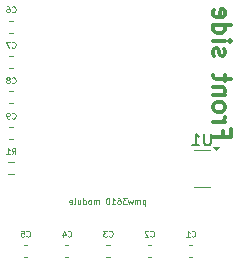
<source format=gbr>
%TF.GenerationSoftware,KiCad,Pcbnew,8.0.7*%
%TF.CreationDate,2025-02-24T15:42:20+09:00*%
%TF.ProjectId,pmw3610_breakout,706d7733-3631-4305-9f62-7265616b6f75,rev?*%
%TF.SameCoordinates,Original*%
%TF.FileFunction,Legend,Bot*%
%TF.FilePolarity,Positive*%
%FSLAX46Y46*%
G04 Gerber Fmt 4.6, Leading zero omitted, Abs format (unit mm)*
G04 Created by KiCad (PCBNEW 8.0.7) date 2025-02-24 15:42:20*
%MOMM*%
%LPD*%
G01*
G04 APERTURE LIST*
%ADD10C,0.100000*%
%ADD11C,0.300000*%
%ADD12C,0.062500*%
%ADD13C,0.150000*%
%ADD14C,0.120000*%
G04 APERTURE END LIST*
D10*
X139202380Y-96700276D02*
X139202380Y-97200276D01*
X139202380Y-96724085D02*
X139154761Y-96700276D01*
X139154761Y-96700276D02*
X139059523Y-96700276D01*
X139059523Y-96700276D02*
X139011904Y-96724085D01*
X139011904Y-96724085D02*
X138988094Y-96747895D01*
X138988094Y-96747895D02*
X138964285Y-96795514D01*
X138964285Y-96795514D02*
X138964285Y-96938371D01*
X138964285Y-96938371D02*
X138988094Y-96985990D01*
X138988094Y-96985990D02*
X139011904Y-97009800D01*
X139011904Y-97009800D02*
X139059523Y-97033609D01*
X139059523Y-97033609D02*
X139154761Y-97033609D01*
X139154761Y-97033609D02*
X139202380Y-97009800D01*
X138749999Y-97033609D02*
X138749999Y-96700276D01*
X138749999Y-96747895D02*
X138726189Y-96724085D01*
X138726189Y-96724085D02*
X138678570Y-96700276D01*
X138678570Y-96700276D02*
X138607142Y-96700276D01*
X138607142Y-96700276D02*
X138559523Y-96724085D01*
X138559523Y-96724085D02*
X138535713Y-96771704D01*
X138535713Y-96771704D02*
X138535713Y-97033609D01*
X138535713Y-96771704D02*
X138511904Y-96724085D01*
X138511904Y-96724085D02*
X138464285Y-96700276D01*
X138464285Y-96700276D02*
X138392856Y-96700276D01*
X138392856Y-96700276D02*
X138345237Y-96724085D01*
X138345237Y-96724085D02*
X138321427Y-96771704D01*
X138321427Y-96771704D02*
X138321427Y-97033609D01*
X138130951Y-96700276D02*
X138035713Y-97033609D01*
X138035713Y-97033609D02*
X137940475Y-96795514D01*
X137940475Y-96795514D02*
X137845237Y-97033609D01*
X137845237Y-97033609D02*
X137749999Y-96700276D01*
X137607141Y-96533609D02*
X137297617Y-96533609D01*
X137297617Y-96533609D02*
X137464284Y-96724085D01*
X137464284Y-96724085D02*
X137392855Y-96724085D01*
X137392855Y-96724085D02*
X137345236Y-96747895D01*
X137345236Y-96747895D02*
X137321427Y-96771704D01*
X137321427Y-96771704D02*
X137297617Y-96819323D01*
X137297617Y-96819323D02*
X137297617Y-96938371D01*
X137297617Y-96938371D02*
X137321427Y-96985990D01*
X137321427Y-96985990D02*
X137345236Y-97009800D01*
X137345236Y-97009800D02*
X137392855Y-97033609D01*
X137392855Y-97033609D02*
X137535712Y-97033609D01*
X137535712Y-97033609D02*
X137583331Y-97009800D01*
X137583331Y-97009800D02*
X137607141Y-96985990D01*
X136869046Y-96533609D02*
X136964284Y-96533609D01*
X136964284Y-96533609D02*
X137011903Y-96557419D01*
X137011903Y-96557419D02*
X137035713Y-96581228D01*
X137035713Y-96581228D02*
X137083332Y-96652657D01*
X137083332Y-96652657D02*
X137107141Y-96747895D01*
X137107141Y-96747895D02*
X137107141Y-96938371D01*
X137107141Y-96938371D02*
X137083332Y-96985990D01*
X137083332Y-96985990D02*
X137059522Y-97009800D01*
X137059522Y-97009800D02*
X137011903Y-97033609D01*
X137011903Y-97033609D02*
X136916665Y-97033609D01*
X136916665Y-97033609D02*
X136869046Y-97009800D01*
X136869046Y-97009800D02*
X136845237Y-96985990D01*
X136845237Y-96985990D02*
X136821427Y-96938371D01*
X136821427Y-96938371D02*
X136821427Y-96819323D01*
X136821427Y-96819323D02*
X136845237Y-96771704D01*
X136845237Y-96771704D02*
X136869046Y-96747895D01*
X136869046Y-96747895D02*
X136916665Y-96724085D01*
X136916665Y-96724085D02*
X137011903Y-96724085D01*
X137011903Y-96724085D02*
X137059522Y-96747895D01*
X137059522Y-96747895D02*
X137083332Y-96771704D01*
X137083332Y-96771704D02*
X137107141Y-96819323D01*
X136345237Y-97033609D02*
X136630951Y-97033609D01*
X136488094Y-97033609D02*
X136488094Y-96533609D01*
X136488094Y-96533609D02*
X136535713Y-96605038D01*
X136535713Y-96605038D02*
X136583332Y-96652657D01*
X136583332Y-96652657D02*
X136630951Y-96676466D01*
X136035714Y-96533609D02*
X135988095Y-96533609D01*
X135988095Y-96533609D02*
X135940476Y-96557419D01*
X135940476Y-96557419D02*
X135916666Y-96581228D01*
X135916666Y-96581228D02*
X135892857Y-96628847D01*
X135892857Y-96628847D02*
X135869047Y-96724085D01*
X135869047Y-96724085D02*
X135869047Y-96843133D01*
X135869047Y-96843133D02*
X135892857Y-96938371D01*
X135892857Y-96938371D02*
X135916666Y-96985990D01*
X135916666Y-96985990D02*
X135940476Y-97009800D01*
X135940476Y-97009800D02*
X135988095Y-97033609D01*
X135988095Y-97033609D02*
X136035714Y-97033609D01*
X136035714Y-97033609D02*
X136083333Y-97009800D01*
X136083333Y-97009800D02*
X136107142Y-96985990D01*
X136107142Y-96985990D02*
X136130952Y-96938371D01*
X136130952Y-96938371D02*
X136154761Y-96843133D01*
X136154761Y-96843133D02*
X136154761Y-96724085D01*
X136154761Y-96724085D02*
X136130952Y-96628847D01*
X136130952Y-96628847D02*
X136107142Y-96581228D01*
X136107142Y-96581228D02*
X136083333Y-96557419D01*
X136083333Y-96557419D02*
X136035714Y-96533609D01*
X135273810Y-97033609D02*
X135273810Y-96700276D01*
X135273810Y-96747895D02*
X135250000Y-96724085D01*
X135250000Y-96724085D02*
X135202381Y-96700276D01*
X135202381Y-96700276D02*
X135130953Y-96700276D01*
X135130953Y-96700276D02*
X135083334Y-96724085D01*
X135083334Y-96724085D02*
X135059524Y-96771704D01*
X135059524Y-96771704D02*
X135059524Y-97033609D01*
X135059524Y-96771704D02*
X135035715Y-96724085D01*
X135035715Y-96724085D02*
X134988096Y-96700276D01*
X134988096Y-96700276D02*
X134916667Y-96700276D01*
X134916667Y-96700276D02*
X134869048Y-96724085D01*
X134869048Y-96724085D02*
X134845238Y-96771704D01*
X134845238Y-96771704D02*
X134845238Y-97033609D01*
X134535714Y-97033609D02*
X134583333Y-97009800D01*
X134583333Y-97009800D02*
X134607143Y-96985990D01*
X134607143Y-96985990D02*
X134630952Y-96938371D01*
X134630952Y-96938371D02*
X134630952Y-96795514D01*
X134630952Y-96795514D02*
X134607143Y-96747895D01*
X134607143Y-96747895D02*
X134583333Y-96724085D01*
X134583333Y-96724085D02*
X134535714Y-96700276D01*
X134535714Y-96700276D02*
X134464286Y-96700276D01*
X134464286Y-96700276D02*
X134416667Y-96724085D01*
X134416667Y-96724085D02*
X134392857Y-96747895D01*
X134392857Y-96747895D02*
X134369048Y-96795514D01*
X134369048Y-96795514D02*
X134369048Y-96938371D01*
X134369048Y-96938371D02*
X134392857Y-96985990D01*
X134392857Y-96985990D02*
X134416667Y-97009800D01*
X134416667Y-97009800D02*
X134464286Y-97033609D01*
X134464286Y-97033609D02*
X134535714Y-97033609D01*
X133940476Y-97033609D02*
X133940476Y-96533609D01*
X133940476Y-97009800D02*
X133988095Y-97033609D01*
X133988095Y-97033609D02*
X134083333Y-97033609D01*
X134083333Y-97033609D02*
X134130952Y-97009800D01*
X134130952Y-97009800D02*
X134154762Y-96985990D01*
X134154762Y-96985990D02*
X134178571Y-96938371D01*
X134178571Y-96938371D02*
X134178571Y-96795514D01*
X134178571Y-96795514D02*
X134154762Y-96747895D01*
X134154762Y-96747895D02*
X134130952Y-96724085D01*
X134130952Y-96724085D02*
X134083333Y-96700276D01*
X134083333Y-96700276D02*
X133988095Y-96700276D01*
X133988095Y-96700276D02*
X133940476Y-96724085D01*
X133488095Y-96700276D02*
X133488095Y-97033609D01*
X133702381Y-96700276D02*
X133702381Y-96962180D01*
X133702381Y-96962180D02*
X133678571Y-97009800D01*
X133678571Y-97009800D02*
X133630952Y-97033609D01*
X133630952Y-97033609D02*
X133559524Y-97033609D01*
X133559524Y-97033609D02*
X133511905Y-97009800D01*
X133511905Y-97009800D02*
X133488095Y-96985990D01*
X133178571Y-97033609D02*
X133226190Y-97009800D01*
X133226190Y-97009800D02*
X133250000Y-96962180D01*
X133250000Y-96962180D02*
X133250000Y-96533609D01*
X132797619Y-97009800D02*
X132845238Y-97033609D01*
X132845238Y-97033609D02*
X132940476Y-97033609D01*
X132940476Y-97033609D02*
X132988095Y-97009800D01*
X132988095Y-97009800D02*
X133011904Y-96962180D01*
X133011904Y-96962180D02*
X133011904Y-96771704D01*
X133011904Y-96771704D02*
X132988095Y-96724085D01*
X132988095Y-96724085D02*
X132940476Y-96700276D01*
X132940476Y-96700276D02*
X132845238Y-96700276D01*
X132845238Y-96700276D02*
X132797619Y-96724085D01*
X132797619Y-96724085D02*
X132773809Y-96771704D01*
X132773809Y-96771704D02*
X132773809Y-96819323D01*
X132773809Y-96819323D02*
X133011904Y-96866942D01*
D11*
X145734885Y-90845489D02*
X145734885Y-91345489D01*
X144949171Y-91345489D02*
X146449171Y-91345489D01*
X146449171Y-91345489D02*
X146449171Y-90631203D01*
X144949171Y-90059775D02*
X145949171Y-90059775D01*
X145663457Y-90059775D02*
X145806314Y-89988346D01*
X145806314Y-89988346D02*
X145877742Y-89916918D01*
X145877742Y-89916918D02*
X145949171Y-89774060D01*
X145949171Y-89774060D02*
X145949171Y-89631203D01*
X144949171Y-88916918D02*
X145020600Y-89059775D01*
X145020600Y-89059775D02*
X145092028Y-89131204D01*
X145092028Y-89131204D02*
X145234885Y-89202632D01*
X145234885Y-89202632D02*
X145663457Y-89202632D01*
X145663457Y-89202632D02*
X145806314Y-89131204D01*
X145806314Y-89131204D02*
X145877742Y-89059775D01*
X145877742Y-89059775D02*
X145949171Y-88916918D01*
X145949171Y-88916918D02*
X145949171Y-88702632D01*
X145949171Y-88702632D02*
X145877742Y-88559775D01*
X145877742Y-88559775D02*
X145806314Y-88488347D01*
X145806314Y-88488347D02*
X145663457Y-88416918D01*
X145663457Y-88416918D02*
X145234885Y-88416918D01*
X145234885Y-88416918D02*
X145092028Y-88488347D01*
X145092028Y-88488347D02*
X145020600Y-88559775D01*
X145020600Y-88559775D02*
X144949171Y-88702632D01*
X144949171Y-88702632D02*
X144949171Y-88916918D01*
X145949171Y-87774061D02*
X144949171Y-87774061D01*
X145806314Y-87774061D02*
X145877742Y-87702632D01*
X145877742Y-87702632D02*
X145949171Y-87559775D01*
X145949171Y-87559775D02*
X145949171Y-87345489D01*
X145949171Y-87345489D02*
X145877742Y-87202632D01*
X145877742Y-87202632D02*
X145734885Y-87131204D01*
X145734885Y-87131204D02*
X144949171Y-87131204D01*
X145949171Y-86631203D02*
X145949171Y-86059775D01*
X146449171Y-86416918D02*
X145163457Y-86416918D01*
X145163457Y-86416918D02*
X145020600Y-86345489D01*
X145020600Y-86345489D02*
X144949171Y-86202632D01*
X144949171Y-86202632D02*
X144949171Y-86059775D01*
X145020600Y-84488346D02*
X144949171Y-84345489D01*
X144949171Y-84345489D02*
X144949171Y-84059775D01*
X144949171Y-84059775D02*
X145020600Y-83916918D01*
X145020600Y-83916918D02*
X145163457Y-83845489D01*
X145163457Y-83845489D02*
X145234885Y-83845489D01*
X145234885Y-83845489D02*
X145377742Y-83916918D01*
X145377742Y-83916918D02*
X145449171Y-84059775D01*
X145449171Y-84059775D02*
X145449171Y-84274061D01*
X145449171Y-84274061D02*
X145520600Y-84416918D01*
X145520600Y-84416918D02*
X145663457Y-84488346D01*
X145663457Y-84488346D02*
X145734885Y-84488346D01*
X145734885Y-84488346D02*
X145877742Y-84416918D01*
X145877742Y-84416918D02*
X145949171Y-84274061D01*
X145949171Y-84274061D02*
X145949171Y-84059775D01*
X145949171Y-84059775D02*
X145877742Y-83916918D01*
X144949171Y-83202632D02*
X145949171Y-83202632D01*
X146449171Y-83202632D02*
X146377742Y-83274060D01*
X146377742Y-83274060D02*
X146306314Y-83202632D01*
X146306314Y-83202632D02*
X146377742Y-83131203D01*
X146377742Y-83131203D02*
X146449171Y-83202632D01*
X146449171Y-83202632D02*
X146306314Y-83202632D01*
X144949171Y-81845489D02*
X146449171Y-81845489D01*
X145020600Y-81845489D02*
X144949171Y-81988346D01*
X144949171Y-81988346D02*
X144949171Y-82274060D01*
X144949171Y-82274060D02*
X145020600Y-82416917D01*
X145020600Y-82416917D02*
X145092028Y-82488346D01*
X145092028Y-82488346D02*
X145234885Y-82559774D01*
X145234885Y-82559774D02*
X145663457Y-82559774D01*
X145663457Y-82559774D02*
X145806314Y-82488346D01*
X145806314Y-82488346D02*
X145877742Y-82416917D01*
X145877742Y-82416917D02*
X145949171Y-82274060D01*
X145949171Y-82274060D02*
X145949171Y-81988346D01*
X145949171Y-81988346D02*
X145877742Y-81845489D01*
X145020600Y-80559774D02*
X144949171Y-80702631D01*
X144949171Y-80702631D02*
X144949171Y-80988346D01*
X144949171Y-80988346D02*
X145020600Y-81131203D01*
X145020600Y-81131203D02*
X145163457Y-81202631D01*
X145163457Y-81202631D02*
X145734885Y-81202631D01*
X145734885Y-81202631D02*
X145877742Y-81131203D01*
X145877742Y-81131203D02*
X145949171Y-80988346D01*
X145949171Y-80988346D02*
X145949171Y-80702631D01*
X145949171Y-80702631D02*
X145877742Y-80559774D01*
X145877742Y-80559774D02*
X145734885Y-80488346D01*
X145734885Y-80488346D02*
X145592028Y-80488346D01*
X145592028Y-80488346D02*
X145449171Y-81202631D01*
D12*
X139633333Y-99750440D02*
X139657142Y-99774250D01*
X139657142Y-99774250D02*
X139728571Y-99798059D01*
X139728571Y-99798059D02*
X139776190Y-99798059D01*
X139776190Y-99798059D02*
X139847618Y-99774250D01*
X139847618Y-99774250D02*
X139895237Y-99726630D01*
X139895237Y-99726630D02*
X139919047Y-99679011D01*
X139919047Y-99679011D02*
X139942856Y-99583773D01*
X139942856Y-99583773D02*
X139942856Y-99512345D01*
X139942856Y-99512345D02*
X139919047Y-99417107D01*
X139919047Y-99417107D02*
X139895237Y-99369488D01*
X139895237Y-99369488D02*
X139847618Y-99321869D01*
X139847618Y-99321869D02*
X139776190Y-99298059D01*
X139776190Y-99298059D02*
X139728571Y-99298059D01*
X139728571Y-99298059D02*
X139657142Y-99321869D01*
X139657142Y-99321869D02*
X139633333Y-99345678D01*
X139442856Y-99345678D02*
X139419047Y-99321869D01*
X139419047Y-99321869D02*
X139371428Y-99298059D01*
X139371428Y-99298059D02*
X139252380Y-99298059D01*
X139252380Y-99298059D02*
X139204761Y-99321869D01*
X139204761Y-99321869D02*
X139180952Y-99345678D01*
X139180952Y-99345678D02*
X139157142Y-99393297D01*
X139157142Y-99393297D02*
X139157142Y-99440916D01*
X139157142Y-99440916D02*
X139180952Y-99512345D01*
X139180952Y-99512345D02*
X139466666Y-99798059D01*
X139466666Y-99798059D02*
X139157142Y-99798059D01*
X127908333Y-83750440D02*
X127932142Y-83774250D01*
X127932142Y-83774250D02*
X128003571Y-83798059D01*
X128003571Y-83798059D02*
X128051190Y-83798059D01*
X128051190Y-83798059D02*
X128122618Y-83774250D01*
X128122618Y-83774250D02*
X128170237Y-83726630D01*
X128170237Y-83726630D02*
X128194047Y-83679011D01*
X128194047Y-83679011D02*
X128217856Y-83583773D01*
X128217856Y-83583773D02*
X128217856Y-83512345D01*
X128217856Y-83512345D02*
X128194047Y-83417107D01*
X128194047Y-83417107D02*
X128170237Y-83369488D01*
X128170237Y-83369488D02*
X128122618Y-83321869D01*
X128122618Y-83321869D02*
X128051190Y-83298059D01*
X128051190Y-83298059D02*
X128003571Y-83298059D01*
X128003571Y-83298059D02*
X127932142Y-83321869D01*
X127932142Y-83321869D02*
X127908333Y-83345678D01*
X127741666Y-83298059D02*
X127408333Y-83298059D01*
X127408333Y-83298059D02*
X127622618Y-83798059D01*
X129133333Y-99750440D02*
X129157142Y-99774250D01*
X129157142Y-99774250D02*
X129228571Y-99798059D01*
X129228571Y-99798059D02*
X129276190Y-99798059D01*
X129276190Y-99798059D02*
X129347618Y-99774250D01*
X129347618Y-99774250D02*
X129395237Y-99726630D01*
X129395237Y-99726630D02*
X129419047Y-99679011D01*
X129419047Y-99679011D02*
X129442856Y-99583773D01*
X129442856Y-99583773D02*
X129442856Y-99512345D01*
X129442856Y-99512345D02*
X129419047Y-99417107D01*
X129419047Y-99417107D02*
X129395237Y-99369488D01*
X129395237Y-99369488D02*
X129347618Y-99321869D01*
X129347618Y-99321869D02*
X129276190Y-99298059D01*
X129276190Y-99298059D02*
X129228571Y-99298059D01*
X129228571Y-99298059D02*
X129157142Y-99321869D01*
X129157142Y-99321869D02*
X129133333Y-99345678D01*
X128680952Y-99298059D02*
X128919047Y-99298059D01*
X128919047Y-99298059D02*
X128942856Y-99536154D01*
X128942856Y-99536154D02*
X128919047Y-99512345D01*
X128919047Y-99512345D02*
X128871428Y-99488535D01*
X128871428Y-99488535D02*
X128752380Y-99488535D01*
X128752380Y-99488535D02*
X128704761Y-99512345D01*
X128704761Y-99512345D02*
X128680952Y-99536154D01*
X128680952Y-99536154D02*
X128657142Y-99583773D01*
X128657142Y-99583773D02*
X128657142Y-99702821D01*
X128657142Y-99702821D02*
X128680952Y-99750440D01*
X128680952Y-99750440D02*
X128704761Y-99774250D01*
X128704761Y-99774250D02*
X128752380Y-99798059D01*
X128752380Y-99798059D02*
X128871428Y-99798059D01*
X128871428Y-99798059D02*
X128919047Y-99774250D01*
X128919047Y-99774250D02*
X128942856Y-99750440D01*
X143133333Y-99750440D02*
X143157142Y-99774250D01*
X143157142Y-99774250D02*
X143228571Y-99798059D01*
X143228571Y-99798059D02*
X143276190Y-99798059D01*
X143276190Y-99798059D02*
X143347618Y-99774250D01*
X143347618Y-99774250D02*
X143395237Y-99726630D01*
X143395237Y-99726630D02*
X143419047Y-99679011D01*
X143419047Y-99679011D02*
X143442856Y-99583773D01*
X143442856Y-99583773D02*
X143442856Y-99512345D01*
X143442856Y-99512345D02*
X143419047Y-99417107D01*
X143419047Y-99417107D02*
X143395237Y-99369488D01*
X143395237Y-99369488D02*
X143347618Y-99321869D01*
X143347618Y-99321869D02*
X143276190Y-99298059D01*
X143276190Y-99298059D02*
X143228571Y-99298059D01*
X143228571Y-99298059D02*
X143157142Y-99321869D01*
X143157142Y-99321869D02*
X143133333Y-99345678D01*
X142657142Y-99798059D02*
X142942856Y-99798059D01*
X142799999Y-99798059D02*
X142799999Y-99298059D01*
X142799999Y-99298059D02*
X142847618Y-99369488D01*
X142847618Y-99369488D02*
X142895237Y-99417107D01*
X142895237Y-99417107D02*
X142942856Y-99440916D01*
X127908333Y-89750440D02*
X127932142Y-89774250D01*
X127932142Y-89774250D02*
X128003571Y-89798059D01*
X128003571Y-89798059D02*
X128051190Y-89798059D01*
X128051190Y-89798059D02*
X128122618Y-89774250D01*
X128122618Y-89774250D02*
X128170237Y-89726630D01*
X128170237Y-89726630D02*
X128194047Y-89679011D01*
X128194047Y-89679011D02*
X128217856Y-89583773D01*
X128217856Y-89583773D02*
X128217856Y-89512345D01*
X128217856Y-89512345D02*
X128194047Y-89417107D01*
X128194047Y-89417107D02*
X128170237Y-89369488D01*
X128170237Y-89369488D02*
X128122618Y-89321869D01*
X128122618Y-89321869D02*
X128051190Y-89298059D01*
X128051190Y-89298059D02*
X128003571Y-89298059D01*
X128003571Y-89298059D02*
X127932142Y-89321869D01*
X127932142Y-89321869D02*
X127908333Y-89345678D01*
X127670237Y-89798059D02*
X127574999Y-89798059D01*
X127574999Y-89798059D02*
X127527380Y-89774250D01*
X127527380Y-89774250D02*
X127503571Y-89750440D01*
X127503571Y-89750440D02*
X127455952Y-89679011D01*
X127455952Y-89679011D02*
X127432142Y-89583773D01*
X127432142Y-89583773D02*
X127432142Y-89393297D01*
X127432142Y-89393297D02*
X127455952Y-89345678D01*
X127455952Y-89345678D02*
X127479761Y-89321869D01*
X127479761Y-89321869D02*
X127527380Y-89298059D01*
X127527380Y-89298059D02*
X127622618Y-89298059D01*
X127622618Y-89298059D02*
X127670237Y-89321869D01*
X127670237Y-89321869D02*
X127694047Y-89345678D01*
X127694047Y-89345678D02*
X127717856Y-89393297D01*
X127717856Y-89393297D02*
X127717856Y-89512345D01*
X127717856Y-89512345D02*
X127694047Y-89559964D01*
X127694047Y-89559964D02*
X127670237Y-89583773D01*
X127670237Y-89583773D02*
X127622618Y-89607583D01*
X127622618Y-89607583D02*
X127527380Y-89607583D01*
X127527380Y-89607583D02*
X127479761Y-89583773D01*
X127479761Y-89583773D02*
X127455952Y-89559964D01*
X127455952Y-89559964D02*
X127432142Y-89512345D01*
D13*
X144761904Y-91054819D02*
X144761904Y-91864342D01*
X144761904Y-91864342D02*
X144714285Y-91959580D01*
X144714285Y-91959580D02*
X144666666Y-92007200D01*
X144666666Y-92007200D02*
X144571428Y-92054819D01*
X144571428Y-92054819D02*
X144380952Y-92054819D01*
X144380952Y-92054819D02*
X144285714Y-92007200D01*
X144285714Y-92007200D02*
X144238095Y-91959580D01*
X144238095Y-91959580D02*
X144190476Y-91864342D01*
X144190476Y-91864342D02*
X144190476Y-91054819D01*
X143190476Y-92054819D02*
X143761904Y-92054819D01*
X143476190Y-92054819D02*
X143476190Y-91054819D01*
X143476190Y-91054819D02*
X143571428Y-91197676D01*
X143571428Y-91197676D02*
X143666666Y-91292914D01*
X143666666Y-91292914D02*
X143761904Y-91340533D01*
D12*
X127908333Y-86750440D02*
X127932142Y-86774250D01*
X127932142Y-86774250D02*
X128003571Y-86798059D01*
X128003571Y-86798059D02*
X128051190Y-86798059D01*
X128051190Y-86798059D02*
X128122618Y-86774250D01*
X128122618Y-86774250D02*
X128170237Y-86726630D01*
X128170237Y-86726630D02*
X128194047Y-86679011D01*
X128194047Y-86679011D02*
X128217856Y-86583773D01*
X128217856Y-86583773D02*
X128217856Y-86512345D01*
X128217856Y-86512345D02*
X128194047Y-86417107D01*
X128194047Y-86417107D02*
X128170237Y-86369488D01*
X128170237Y-86369488D02*
X128122618Y-86321869D01*
X128122618Y-86321869D02*
X128051190Y-86298059D01*
X128051190Y-86298059D02*
X128003571Y-86298059D01*
X128003571Y-86298059D02*
X127932142Y-86321869D01*
X127932142Y-86321869D02*
X127908333Y-86345678D01*
X127622618Y-86512345D02*
X127670237Y-86488535D01*
X127670237Y-86488535D02*
X127694047Y-86464726D01*
X127694047Y-86464726D02*
X127717856Y-86417107D01*
X127717856Y-86417107D02*
X127717856Y-86393297D01*
X127717856Y-86393297D02*
X127694047Y-86345678D01*
X127694047Y-86345678D02*
X127670237Y-86321869D01*
X127670237Y-86321869D02*
X127622618Y-86298059D01*
X127622618Y-86298059D02*
X127527380Y-86298059D01*
X127527380Y-86298059D02*
X127479761Y-86321869D01*
X127479761Y-86321869D02*
X127455952Y-86345678D01*
X127455952Y-86345678D02*
X127432142Y-86393297D01*
X127432142Y-86393297D02*
X127432142Y-86417107D01*
X127432142Y-86417107D02*
X127455952Y-86464726D01*
X127455952Y-86464726D02*
X127479761Y-86488535D01*
X127479761Y-86488535D02*
X127527380Y-86512345D01*
X127527380Y-86512345D02*
X127622618Y-86512345D01*
X127622618Y-86512345D02*
X127670237Y-86536154D01*
X127670237Y-86536154D02*
X127694047Y-86559964D01*
X127694047Y-86559964D02*
X127717856Y-86607583D01*
X127717856Y-86607583D02*
X127717856Y-86702821D01*
X127717856Y-86702821D02*
X127694047Y-86750440D01*
X127694047Y-86750440D02*
X127670237Y-86774250D01*
X127670237Y-86774250D02*
X127622618Y-86798059D01*
X127622618Y-86798059D02*
X127527380Y-86798059D01*
X127527380Y-86798059D02*
X127479761Y-86774250D01*
X127479761Y-86774250D02*
X127455952Y-86750440D01*
X127455952Y-86750440D02*
X127432142Y-86702821D01*
X127432142Y-86702821D02*
X127432142Y-86607583D01*
X127432142Y-86607583D02*
X127455952Y-86559964D01*
X127455952Y-86559964D02*
X127479761Y-86536154D01*
X127479761Y-86536154D02*
X127527380Y-86512345D01*
X127908333Y-80750440D02*
X127932142Y-80774250D01*
X127932142Y-80774250D02*
X128003571Y-80798059D01*
X128003571Y-80798059D02*
X128051190Y-80798059D01*
X128051190Y-80798059D02*
X128122618Y-80774250D01*
X128122618Y-80774250D02*
X128170237Y-80726630D01*
X128170237Y-80726630D02*
X128194047Y-80679011D01*
X128194047Y-80679011D02*
X128217856Y-80583773D01*
X128217856Y-80583773D02*
X128217856Y-80512345D01*
X128217856Y-80512345D02*
X128194047Y-80417107D01*
X128194047Y-80417107D02*
X128170237Y-80369488D01*
X128170237Y-80369488D02*
X128122618Y-80321869D01*
X128122618Y-80321869D02*
X128051190Y-80298059D01*
X128051190Y-80298059D02*
X128003571Y-80298059D01*
X128003571Y-80298059D02*
X127932142Y-80321869D01*
X127932142Y-80321869D02*
X127908333Y-80345678D01*
X127479761Y-80298059D02*
X127574999Y-80298059D01*
X127574999Y-80298059D02*
X127622618Y-80321869D01*
X127622618Y-80321869D02*
X127646428Y-80345678D01*
X127646428Y-80345678D02*
X127694047Y-80417107D01*
X127694047Y-80417107D02*
X127717856Y-80512345D01*
X127717856Y-80512345D02*
X127717856Y-80702821D01*
X127717856Y-80702821D02*
X127694047Y-80750440D01*
X127694047Y-80750440D02*
X127670237Y-80774250D01*
X127670237Y-80774250D02*
X127622618Y-80798059D01*
X127622618Y-80798059D02*
X127527380Y-80798059D01*
X127527380Y-80798059D02*
X127479761Y-80774250D01*
X127479761Y-80774250D02*
X127455952Y-80750440D01*
X127455952Y-80750440D02*
X127432142Y-80702821D01*
X127432142Y-80702821D02*
X127432142Y-80583773D01*
X127432142Y-80583773D02*
X127455952Y-80536154D01*
X127455952Y-80536154D02*
X127479761Y-80512345D01*
X127479761Y-80512345D02*
X127527380Y-80488535D01*
X127527380Y-80488535D02*
X127622618Y-80488535D01*
X127622618Y-80488535D02*
X127670237Y-80512345D01*
X127670237Y-80512345D02*
X127694047Y-80536154D01*
X127694047Y-80536154D02*
X127717856Y-80583773D01*
X132633333Y-99750440D02*
X132657142Y-99774250D01*
X132657142Y-99774250D02*
X132728571Y-99798059D01*
X132728571Y-99798059D02*
X132776190Y-99798059D01*
X132776190Y-99798059D02*
X132847618Y-99774250D01*
X132847618Y-99774250D02*
X132895237Y-99726630D01*
X132895237Y-99726630D02*
X132919047Y-99679011D01*
X132919047Y-99679011D02*
X132942856Y-99583773D01*
X132942856Y-99583773D02*
X132942856Y-99512345D01*
X132942856Y-99512345D02*
X132919047Y-99417107D01*
X132919047Y-99417107D02*
X132895237Y-99369488D01*
X132895237Y-99369488D02*
X132847618Y-99321869D01*
X132847618Y-99321869D02*
X132776190Y-99298059D01*
X132776190Y-99298059D02*
X132728571Y-99298059D01*
X132728571Y-99298059D02*
X132657142Y-99321869D01*
X132657142Y-99321869D02*
X132633333Y-99345678D01*
X132204761Y-99464726D02*
X132204761Y-99798059D01*
X132323809Y-99274250D02*
X132442856Y-99631392D01*
X132442856Y-99631392D02*
X132133333Y-99631392D01*
X136133333Y-99750440D02*
X136157142Y-99774250D01*
X136157142Y-99774250D02*
X136228571Y-99798059D01*
X136228571Y-99798059D02*
X136276190Y-99798059D01*
X136276190Y-99798059D02*
X136347618Y-99774250D01*
X136347618Y-99774250D02*
X136395237Y-99726630D01*
X136395237Y-99726630D02*
X136419047Y-99679011D01*
X136419047Y-99679011D02*
X136442856Y-99583773D01*
X136442856Y-99583773D02*
X136442856Y-99512345D01*
X136442856Y-99512345D02*
X136419047Y-99417107D01*
X136419047Y-99417107D02*
X136395237Y-99369488D01*
X136395237Y-99369488D02*
X136347618Y-99321869D01*
X136347618Y-99321869D02*
X136276190Y-99298059D01*
X136276190Y-99298059D02*
X136228571Y-99298059D01*
X136228571Y-99298059D02*
X136157142Y-99321869D01*
X136157142Y-99321869D02*
X136133333Y-99345678D01*
X135966666Y-99298059D02*
X135657142Y-99298059D01*
X135657142Y-99298059D02*
X135823809Y-99488535D01*
X135823809Y-99488535D02*
X135752380Y-99488535D01*
X135752380Y-99488535D02*
X135704761Y-99512345D01*
X135704761Y-99512345D02*
X135680952Y-99536154D01*
X135680952Y-99536154D02*
X135657142Y-99583773D01*
X135657142Y-99583773D02*
X135657142Y-99702821D01*
X135657142Y-99702821D02*
X135680952Y-99750440D01*
X135680952Y-99750440D02*
X135704761Y-99774250D01*
X135704761Y-99774250D02*
X135752380Y-99798059D01*
X135752380Y-99798059D02*
X135895237Y-99798059D01*
X135895237Y-99798059D02*
X135942856Y-99774250D01*
X135942856Y-99774250D02*
X135966666Y-99750440D01*
X127908333Y-92798059D02*
X128074999Y-92559964D01*
X128194047Y-92798059D02*
X128194047Y-92298059D01*
X128194047Y-92298059D02*
X128003571Y-92298059D01*
X128003571Y-92298059D02*
X127955952Y-92321869D01*
X127955952Y-92321869D02*
X127932142Y-92345678D01*
X127932142Y-92345678D02*
X127908333Y-92393297D01*
X127908333Y-92393297D02*
X127908333Y-92464726D01*
X127908333Y-92464726D02*
X127932142Y-92512345D01*
X127932142Y-92512345D02*
X127955952Y-92536154D01*
X127955952Y-92536154D02*
X128003571Y-92559964D01*
X128003571Y-92559964D02*
X128194047Y-92559964D01*
X127432142Y-92798059D02*
X127717856Y-92798059D01*
X127574999Y-92798059D02*
X127574999Y-92298059D01*
X127574999Y-92298059D02*
X127622618Y-92369488D01*
X127622618Y-92369488D02*
X127670237Y-92417107D01*
X127670237Y-92417107D02*
X127717856Y-92440916D01*
D14*
%TO.C,C2*%
X139409420Y-100490000D02*
X139690580Y-100490000D01*
X139409420Y-101510000D02*
X139690580Y-101510000D01*
%TO.C,C7*%
X127684420Y-84490000D02*
X127965580Y-84490000D01*
X127684420Y-85510000D02*
X127965580Y-85510000D01*
%TO.C,C5*%
X128909420Y-100490000D02*
X129190580Y-100490000D01*
X128909420Y-101510000D02*
X129190580Y-101510000D01*
%TO.C,C1*%
X142909420Y-100490000D02*
X143190580Y-100490000D01*
X142909420Y-101510000D02*
X143190580Y-101510000D01*
%TO.C,C9*%
X127684420Y-90490000D02*
X127965580Y-90490000D01*
X127684420Y-91510000D02*
X127965580Y-91510000D01*
%TO.C,U1*%
X143350000Y-92440000D02*
X144000000Y-92440000D01*
X143350000Y-95560000D02*
X144000000Y-95560000D01*
X144650000Y-92440000D02*
X144000000Y-92440000D01*
X144650000Y-95560000D02*
X144000000Y-95560000D01*
X145162500Y-92490000D02*
X144922500Y-92160000D01*
X145402500Y-92160000D01*
X145162500Y-92490000D01*
G36*
X145162500Y-92490000D02*
G01*
X144922500Y-92160000D01*
X145402500Y-92160000D01*
X145162500Y-92490000D01*
G37*
%TO.C,C8*%
X127684420Y-87490000D02*
X127965580Y-87490000D01*
X127684420Y-88510000D02*
X127965580Y-88510000D01*
%TO.C,C6*%
X127684420Y-81490000D02*
X127965580Y-81490000D01*
X127684420Y-82510000D02*
X127965580Y-82510000D01*
%TO.C,C4*%
X132409420Y-100490000D02*
X132690580Y-100490000D01*
X132409420Y-101510000D02*
X132690580Y-101510000D01*
%TO.C,C3*%
X135909420Y-100490000D02*
X136190580Y-100490000D01*
X135909420Y-101510000D02*
X136190580Y-101510000D01*
%TO.C,R1*%
X127587742Y-93477500D02*
X128062258Y-93477500D01*
X127587742Y-94522500D02*
X128062258Y-94522500D01*
%TD*%
M02*

</source>
